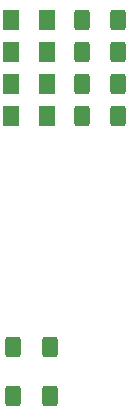
<source format=gbr>
%TF.GenerationSoftware,KiCad,Pcbnew,7.0.2-0*%
%TF.CreationDate,2024-09-16T13:04:04-04:00*%
%TF.ProjectId,ArduinoSolderChallenge,41726475-696e-46f5-936f-6c6465724368,rev?*%
%TF.SameCoordinates,Original*%
%TF.FileFunction,Paste,Top*%
%TF.FilePolarity,Positive*%
%FSLAX46Y46*%
G04 Gerber Fmt 4.6, Leading zero omitted, Abs format (unit mm)*
G04 Created by KiCad (PCBNEW 7.0.2-0) date 2024-09-16 13:04:04*
%MOMM*%
%LPD*%
G01*
G04 APERTURE LIST*
G04 Aperture macros list*
%AMRoundRect*
0 Rectangle with rounded corners*
0 $1 Rounding radius*
0 $2 $3 $4 $5 $6 $7 $8 $9 X,Y pos of 4 corners*
0 Add a 4 corners polygon primitive as box body*
4,1,4,$2,$3,$4,$5,$6,$7,$8,$9,$2,$3,0*
0 Add four circle primitives for the rounded corners*
1,1,$1+$1,$2,$3*
1,1,$1+$1,$4,$5*
1,1,$1+$1,$6,$7*
1,1,$1+$1,$8,$9*
0 Add four rect primitives between the rounded corners*
20,1,$1+$1,$2,$3,$4,$5,0*
20,1,$1+$1,$4,$5,$6,$7,0*
20,1,$1+$1,$6,$7,$8,$9,0*
20,1,$1+$1,$8,$9,$2,$3,0*%
G04 Aperture macros list end*
%ADD10RoundRect,0.250000X0.400000X0.625000X-0.400000X0.625000X-0.400000X-0.625000X0.400000X-0.625000X0*%
%ADD11RoundRect,0.250001X0.462499X0.624999X-0.462499X0.624999X-0.462499X-0.624999X0.462499X-0.624999X0*%
%ADD12RoundRect,0.250000X-0.400000X-0.625000X0.400000X-0.625000X0.400000X0.625000X-0.400000X0.625000X0*%
G04 APERTURE END LIST*
D10*
%TO.C,R6*%
X74880000Y-41150000D03*
X71780000Y-41150000D03*
%TD*%
D11*
%TO.C,D9*%
X68817500Y-33050000D03*
X65842500Y-33050000D03*
%TD*%
D12*
%TO.C,R14*%
X65980000Y-64850000D03*
X69080000Y-64850000D03*
%TD*%
D10*
%TO.C,R13*%
X69080000Y-60750000D03*
X65980000Y-60750000D03*
%TD*%
D11*
%TO.C,D6*%
X68817500Y-41150000D03*
X65842500Y-41150000D03*
%TD*%
D10*
%TO.C,R7*%
X74880000Y-38450000D03*
X71780000Y-38450000D03*
%TD*%
%TO.C,R8*%
X74880000Y-35750000D03*
X71780000Y-35750000D03*
%TD*%
D11*
%TO.C,D7*%
X68817500Y-38450000D03*
X65842500Y-38450000D03*
%TD*%
D10*
%TO.C,R9*%
X74880000Y-33050000D03*
X71780000Y-33050000D03*
%TD*%
D11*
%TO.C,D8*%
X68817500Y-35750000D03*
X65842500Y-35750000D03*
%TD*%
M02*

</source>
